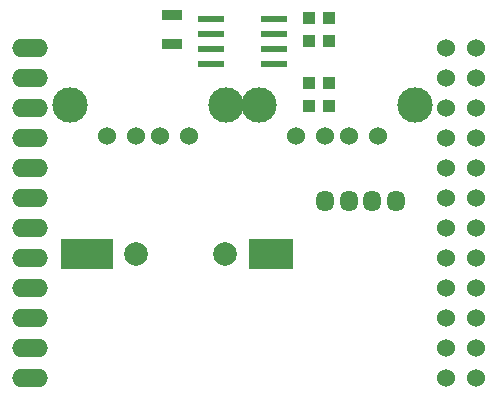
<source format=gtp>
G04 #@! TF.FileFunction,Paste,Top*
%FSLAX46Y46*%
G04 Gerber Fmt 4.6, Leading zero omitted, Abs format (unit mm)*
G04 Created by KiCad (PCBNEW 4.0.1-stable) date 05/05/18 00:40:07*
%MOMM*%
G01*
G04 APERTURE LIST*
%ADD10C,0.050000*%
%ADD11C,1.524000*%
%ADD12O,3.048000X1.524000*%
%ADD13C,2.000000*%
%ADD14R,3.800000X2.500000*%
%ADD15R,4.500000X2.500000*%
%ADD16R,1.100000X1.000000*%
%ADD17C,3.000000*%
%ADD18O,1.524000X1.800000*%
%ADD19R,2.200000X0.600000*%
%ADD20R,1.747600X0.947600*%
G04 APERTURE END LIST*
D10*
D11*
X128270000Y-56030000D03*
X125730000Y-56030000D03*
X128270000Y-58570000D03*
X125730000Y-58570000D03*
X128270000Y-61110000D03*
X125730000Y-61110000D03*
X128270000Y-63650000D03*
X125730000Y-63650000D03*
X128270000Y-66190000D03*
X125730000Y-66190000D03*
X128270000Y-68730000D03*
X125730000Y-68730000D03*
X128270000Y-71270000D03*
X125730000Y-71270000D03*
X128270000Y-73810000D03*
X125730000Y-73810000D03*
X128270000Y-76350000D03*
X125730000Y-76350000D03*
X128270000Y-78890000D03*
X125730000Y-78890000D03*
X128270000Y-81430000D03*
X125730000Y-81430000D03*
X128270000Y-83970000D03*
X125730000Y-83970000D03*
D12*
X90500000Y-56030000D03*
X90500000Y-58570000D03*
X90500000Y-61110000D03*
X90500000Y-63650000D03*
X90500000Y-66190000D03*
X90500000Y-68730000D03*
X90500000Y-71270000D03*
X90500000Y-73810000D03*
X90500000Y-76350000D03*
X90500000Y-78890000D03*
X90500000Y-81430000D03*
X90500000Y-83970000D03*
D13*
X99500000Y-73500000D03*
D14*
X110900000Y-73500000D03*
D15*
X95300000Y-73500000D03*
D13*
X107000000Y-73500000D03*
D16*
X114150000Y-53500000D03*
X115850000Y-53500000D03*
D11*
X97000000Y-63500000D03*
X99500000Y-63500000D03*
X101500000Y-63500000D03*
X104000000Y-63500000D03*
D17*
X93930000Y-60900000D03*
X107070000Y-60900000D03*
D11*
X113000000Y-63500000D03*
X115500000Y-63500000D03*
X117500000Y-63500000D03*
X120000000Y-63500000D03*
D17*
X109930000Y-60900000D03*
X123070000Y-60900000D03*
D18*
X121500000Y-69000000D03*
X119500000Y-69000000D03*
X117500000Y-69000000D03*
X115500000Y-69000000D03*
D16*
X114150000Y-59000000D03*
X115850000Y-59000000D03*
X114150000Y-61000000D03*
X115850000Y-61000000D03*
X115850000Y-55500000D03*
X114150000Y-55500000D03*
D19*
X105800000Y-54865000D03*
X111200000Y-54865000D03*
X105800000Y-53595000D03*
X105800000Y-56135000D03*
X105800000Y-57405000D03*
X111200000Y-53595000D03*
X111200000Y-56135000D03*
X111200000Y-57405000D03*
D20*
X102500000Y-53250000D03*
X102500000Y-55750000D03*
M02*

</source>
